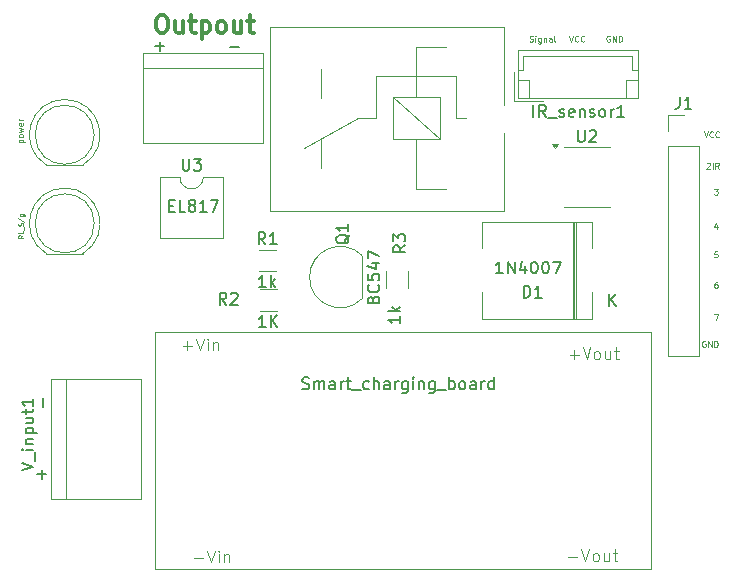
<source format=gbr>
%TF.GenerationSoftware,KiCad,Pcbnew,8.0.4*%
%TF.CreationDate,2024-11-13T12:07:51+05:30*%
%TF.ProjectId,cccccccc,63636363-6363-4636-932e-6b696361645f,rev?*%
%TF.SameCoordinates,Original*%
%TF.FileFunction,Legend,Top*%
%TF.FilePolarity,Positive*%
%FSLAX46Y46*%
G04 Gerber Fmt 4.6, Leading zero omitted, Abs format (unit mm)*
G04 Created by KiCad (PCBNEW 8.0.4) date 2024-11-13 12:07:51*
%MOMM*%
%LPD*%
G01*
G04 APERTURE LIST*
%ADD10C,0.150000*%
%ADD11C,0.300000*%
%ADD12C,0.100000*%
%ADD13C,0.200000*%
%ADD14C,0.125000*%
%ADD15C,0.120000*%
G04 APERTURE END LIST*
D10*
X134913220Y-54661133D02*
X134151316Y-54661133D01*
X128188866Y-54963220D02*
X128188866Y-54201316D01*
X128569819Y-54582268D02*
X127807914Y-54582268D01*
D11*
X128240225Y-51950828D02*
X128525939Y-51950828D01*
X128525939Y-51950828D02*
X128668796Y-52022257D01*
X128668796Y-52022257D02*
X128811653Y-52165114D01*
X128811653Y-52165114D02*
X128883082Y-52450828D01*
X128883082Y-52450828D02*
X128883082Y-52950828D01*
X128883082Y-52950828D02*
X128811653Y-53236542D01*
X128811653Y-53236542D02*
X128668796Y-53379400D01*
X128668796Y-53379400D02*
X128525939Y-53450828D01*
X128525939Y-53450828D02*
X128240225Y-53450828D01*
X128240225Y-53450828D02*
X128097368Y-53379400D01*
X128097368Y-53379400D02*
X127954510Y-53236542D01*
X127954510Y-53236542D02*
X127883082Y-52950828D01*
X127883082Y-52950828D02*
X127883082Y-52450828D01*
X127883082Y-52450828D02*
X127954510Y-52165114D01*
X127954510Y-52165114D02*
X128097368Y-52022257D01*
X128097368Y-52022257D02*
X128240225Y-51950828D01*
X130168797Y-52450828D02*
X130168797Y-53450828D01*
X129525939Y-52450828D02*
X129525939Y-53236542D01*
X129525939Y-53236542D02*
X129597368Y-53379400D01*
X129597368Y-53379400D02*
X129740225Y-53450828D01*
X129740225Y-53450828D02*
X129954511Y-53450828D01*
X129954511Y-53450828D02*
X130097368Y-53379400D01*
X130097368Y-53379400D02*
X130168797Y-53307971D01*
X130668797Y-52450828D02*
X131240225Y-52450828D01*
X130883082Y-51950828D02*
X130883082Y-53236542D01*
X130883082Y-53236542D02*
X130954511Y-53379400D01*
X130954511Y-53379400D02*
X131097368Y-53450828D01*
X131097368Y-53450828D02*
X131240225Y-53450828D01*
X131740225Y-52450828D02*
X131740225Y-53950828D01*
X131740225Y-52522257D02*
X131883083Y-52450828D01*
X131883083Y-52450828D02*
X132168797Y-52450828D01*
X132168797Y-52450828D02*
X132311654Y-52522257D01*
X132311654Y-52522257D02*
X132383083Y-52593685D01*
X132383083Y-52593685D02*
X132454511Y-52736542D01*
X132454511Y-52736542D02*
X132454511Y-53165114D01*
X132454511Y-53165114D02*
X132383083Y-53307971D01*
X132383083Y-53307971D02*
X132311654Y-53379400D01*
X132311654Y-53379400D02*
X132168797Y-53450828D01*
X132168797Y-53450828D02*
X131883083Y-53450828D01*
X131883083Y-53450828D02*
X131740225Y-53379400D01*
X133311654Y-53450828D02*
X133168797Y-53379400D01*
X133168797Y-53379400D02*
X133097368Y-53307971D01*
X133097368Y-53307971D02*
X133025940Y-53165114D01*
X133025940Y-53165114D02*
X133025940Y-52736542D01*
X133025940Y-52736542D02*
X133097368Y-52593685D01*
X133097368Y-52593685D02*
X133168797Y-52522257D01*
X133168797Y-52522257D02*
X133311654Y-52450828D01*
X133311654Y-52450828D02*
X133525940Y-52450828D01*
X133525940Y-52450828D02*
X133668797Y-52522257D01*
X133668797Y-52522257D02*
X133740226Y-52593685D01*
X133740226Y-52593685D02*
X133811654Y-52736542D01*
X133811654Y-52736542D02*
X133811654Y-53165114D01*
X133811654Y-53165114D02*
X133740226Y-53307971D01*
X133740226Y-53307971D02*
X133668797Y-53379400D01*
X133668797Y-53379400D02*
X133525940Y-53450828D01*
X133525940Y-53450828D02*
X133311654Y-53450828D01*
X135097369Y-52450828D02*
X135097369Y-53450828D01*
X134454511Y-52450828D02*
X134454511Y-53236542D01*
X134454511Y-53236542D02*
X134525940Y-53379400D01*
X134525940Y-53379400D02*
X134668797Y-53450828D01*
X134668797Y-53450828D02*
X134883083Y-53450828D01*
X134883083Y-53450828D02*
X135025940Y-53379400D01*
X135025940Y-53379400D02*
X135097369Y-53307971D01*
X135597369Y-52450828D02*
X136168797Y-52450828D01*
X135811654Y-51950828D02*
X135811654Y-53236542D01*
X135811654Y-53236542D02*
X135883083Y-53379400D01*
X135883083Y-53379400D02*
X136025940Y-53450828D01*
X136025940Y-53450828D02*
X136168797Y-53450828D01*
D12*
X174263408Y-61783609D02*
X174430074Y-62283609D01*
X174430074Y-62283609D02*
X174596741Y-61783609D01*
X175049121Y-62235990D02*
X175025312Y-62259800D01*
X175025312Y-62259800D02*
X174953883Y-62283609D01*
X174953883Y-62283609D02*
X174906264Y-62283609D01*
X174906264Y-62283609D02*
X174834836Y-62259800D01*
X174834836Y-62259800D02*
X174787217Y-62212180D01*
X174787217Y-62212180D02*
X174763407Y-62164561D01*
X174763407Y-62164561D02*
X174739598Y-62069323D01*
X174739598Y-62069323D02*
X174739598Y-61997895D01*
X174739598Y-61997895D02*
X174763407Y-61902657D01*
X174763407Y-61902657D02*
X174787217Y-61855038D01*
X174787217Y-61855038D02*
X174834836Y-61807419D01*
X174834836Y-61807419D02*
X174906264Y-61783609D01*
X174906264Y-61783609D02*
X174953883Y-61783609D01*
X174953883Y-61783609D02*
X175025312Y-61807419D01*
X175025312Y-61807419D02*
X175049121Y-61831228D01*
X175549121Y-62235990D02*
X175525312Y-62259800D01*
X175525312Y-62259800D02*
X175453883Y-62283609D01*
X175453883Y-62283609D02*
X175406264Y-62283609D01*
X175406264Y-62283609D02*
X175334836Y-62259800D01*
X175334836Y-62259800D02*
X175287217Y-62212180D01*
X175287217Y-62212180D02*
X175263407Y-62164561D01*
X175263407Y-62164561D02*
X175239598Y-62069323D01*
X175239598Y-62069323D02*
X175239598Y-61997895D01*
X175239598Y-61997895D02*
X175263407Y-61902657D01*
X175263407Y-61902657D02*
X175287217Y-61855038D01*
X175287217Y-61855038D02*
X175334836Y-61807419D01*
X175334836Y-61807419D02*
X175406264Y-61783609D01*
X175406264Y-61783609D02*
X175453883Y-61783609D01*
X175453883Y-61783609D02*
X175525312Y-61807419D01*
X175525312Y-61807419D02*
X175549121Y-61831228D01*
X159511027Y-54159800D02*
X159582455Y-54183609D01*
X159582455Y-54183609D02*
X159701503Y-54183609D01*
X159701503Y-54183609D02*
X159749122Y-54159800D01*
X159749122Y-54159800D02*
X159772931Y-54135990D01*
X159772931Y-54135990D02*
X159796741Y-54088371D01*
X159796741Y-54088371D02*
X159796741Y-54040752D01*
X159796741Y-54040752D02*
X159772931Y-53993133D01*
X159772931Y-53993133D02*
X159749122Y-53969323D01*
X159749122Y-53969323D02*
X159701503Y-53945514D01*
X159701503Y-53945514D02*
X159606265Y-53921704D01*
X159606265Y-53921704D02*
X159558646Y-53897895D01*
X159558646Y-53897895D02*
X159534836Y-53874085D01*
X159534836Y-53874085D02*
X159511027Y-53826466D01*
X159511027Y-53826466D02*
X159511027Y-53778847D01*
X159511027Y-53778847D02*
X159534836Y-53731228D01*
X159534836Y-53731228D02*
X159558646Y-53707419D01*
X159558646Y-53707419D02*
X159606265Y-53683609D01*
X159606265Y-53683609D02*
X159725312Y-53683609D01*
X159725312Y-53683609D02*
X159796741Y-53707419D01*
X160011026Y-54183609D02*
X160011026Y-53850276D01*
X160011026Y-53683609D02*
X159987217Y-53707419D01*
X159987217Y-53707419D02*
X160011026Y-53731228D01*
X160011026Y-53731228D02*
X160034836Y-53707419D01*
X160034836Y-53707419D02*
X160011026Y-53683609D01*
X160011026Y-53683609D02*
X160011026Y-53731228D01*
X160463407Y-53850276D02*
X160463407Y-54255038D01*
X160463407Y-54255038D02*
X160439597Y-54302657D01*
X160439597Y-54302657D02*
X160415788Y-54326466D01*
X160415788Y-54326466D02*
X160368169Y-54350276D01*
X160368169Y-54350276D02*
X160296740Y-54350276D01*
X160296740Y-54350276D02*
X160249121Y-54326466D01*
X160463407Y-54159800D02*
X160415788Y-54183609D01*
X160415788Y-54183609D02*
X160320550Y-54183609D01*
X160320550Y-54183609D02*
X160272931Y-54159800D01*
X160272931Y-54159800D02*
X160249121Y-54135990D01*
X160249121Y-54135990D02*
X160225312Y-54088371D01*
X160225312Y-54088371D02*
X160225312Y-53945514D01*
X160225312Y-53945514D02*
X160249121Y-53897895D01*
X160249121Y-53897895D02*
X160272931Y-53874085D01*
X160272931Y-53874085D02*
X160320550Y-53850276D01*
X160320550Y-53850276D02*
X160415788Y-53850276D01*
X160415788Y-53850276D02*
X160463407Y-53874085D01*
X160701502Y-53850276D02*
X160701502Y-54183609D01*
X160701502Y-53897895D02*
X160725312Y-53874085D01*
X160725312Y-53874085D02*
X160772931Y-53850276D01*
X160772931Y-53850276D02*
X160844359Y-53850276D01*
X160844359Y-53850276D02*
X160891978Y-53874085D01*
X160891978Y-53874085D02*
X160915788Y-53921704D01*
X160915788Y-53921704D02*
X160915788Y-54183609D01*
X161368169Y-54183609D02*
X161368169Y-53921704D01*
X161368169Y-53921704D02*
X161344359Y-53874085D01*
X161344359Y-53874085D02*
X161296740Y-53850276D01*
X161296740Y-53850276D02*
X161201502Y-53850276D01*
X161201502Y-53850276D02*
X161153883Y-53874085D01*
X161368169Y-54159800D02*
X161320550Y-54183609D01*
X161320550Y-54183609D02*
X161201502Y-54183609D01*
X161201502Y-54183609D02*
X161153883Y-54159800D01*
X161153883Y-54159800D02*
X161130074Y-54112180D01*
X161130074Y-54112180D02*
X161130074Y-54064561D01*
X161130074Y-54064561D02*
X161153883Y-54016942D01*
X161153883Y-54016942D02*
X161201502Y-53993133D01*
X161201502Y-53993133D02*
X161320550Y-53993133D01*
X161320550Y-53993133D02*
X161368169Y-53969323D01*
X161677693Y-54183609D02*
X161630074Y-54159800D01*
X161630074Y-54159800D02*
X161606264Y-54112180D01*
X161606264Y-54112180D02*
X161606264Y-53683609D01*
X166296741Y-53707419D02*
X166249122Y-53683609D01*
X166249122Y-53683609D02*
X166177693Y-53683609D01*
X166177693Y-53683609D02*
X166106265Y-53707419D01*
X166106265Y-53707419D02*
X166058646Y-53755038D01*
X166058646Y-53755038D02*
X166034836Y-53802657D01*
X166034836Y-53802657D02*
X166011027Y-53897895D01*
X166011027Y-53897895D02*
X166011027Y-53969323D01*
X166011027Y-53969323D02*
X166034836Y-54064561D01*
X166034836Y-54064561D02*
X166058646Y-54112180D01*
X166058646Y-54112180D02*
X166106265Y-54159800D01*
X166106265Y-54159800D02*
X166177693Y-54183609D01*
X166177693Y-54183609D02*
X166225312Y-54183609D01*
X166225312Y-54183609D02*
X166296741Y-54159800D01*
X166296741Y-54159800D02*
X166320550Y-54135990D01*
X166320550Y-54135990D02*
X166320550Y-53969323D01*
X166320550Y-53969323D02*
X166225312Y-53969323D01*
X166534836Y-54183609D02*
X166534836Y-53683609D01*
X166534836Y-53683609D02*
X166820550Y-54183609D01*
X166820550Y-54183609D02*
X166820550Y-53683609D01*
X167058646Y-54183609D02*
X167058646Y-53683609D01*
X167058646Y-53683609D02*
X167177694Y-53683609D01*
X167177694Y-53683609D02*
X167249122Y-53707419D01*
X167249122Y-53707419D02*
X167296741Y-53755038D01*
X167296741Y-53755038D02*
X167320551Y-53802657D01*
X167320551Y-53802657D02*
X167344360Y-53897895D01*
X167344360Y-53897895D02*
X167344360Y-53969323D01*
X167344360Y-53969323D02*
X167320551Y-54064561D01*
X167320551Y-54064561D02*
X167296741Y-54112180D01*
X167296741Y-54112180D02*
X167249122Y-54159800D01*
X167249122Y-54159800D02*
X167177694Y-54183609D01*
X167177694Y-54183609D02*
X167058646Y-54183609D01*
X175396742Y-74533609D02*
X175301504Y-74533609D01*
X175301504Y-74533609D02*
X175253885Y-74557419D01*
X175253885Y-74557419D02*
X175230075Y-74581228D01*
X175230075Y-74581228D02*
X175182456Y-74652657D01*
X175182456Y-74652657D02*
X175158647Y-74747895D01*
X175158647Y-74747895D02*
X175158647Y-74938371D01*
X175158647Y-74938371D02*
X175182456Y-74985990D01*
X175182456Y-74985990D02*
X175206266Y-75009800D01*
X175206266Y-75009800D02*
X175253885Y-75033609D01*
X175253885Y-75033609D02*
X175349123Y-75033609D01*
X175349123Y-75033609D02*
X175396742Y-75009800D01*
X175396742Y-75009800D02*
X175420551Y-74985990D01*
X175420551Y-74985990D02*
X175444361Y-74938371D01*
X175444361Y-74938371D02*
X175444361Y-74819323D01*
X175444361Y-74819323D02*
X175420551Y-74771704D01*
X175420551Y-74771704D02*
X175396742Y-74747895D01*
X175396742Y-74747895D02*
X175349123Y-74724085D01*
X175349123Y-74724085D02*
X175253885Y-74724085D01*
X175253885Y-74724085D02*
X175206266Y-74747895D01*
X175206266Y-74747895D02*
X175182456Y-74771704D01*
X175182456Y-74771704D02*
X175158647Y-74819323D01*
X175420551Y-71933609D02*
X175182456Y-71933609D01*
X175182456Y-71933609D02*
X175158647Y-72171704D01*
X175158647Y-72171704D02*
X175182456Y-72147895D01*
X175182456Y-72147895D02*
X175230075Y-72124085D01*
X175230075Y-72124085D02*
X175349123Y-72124085D01*
X175349123Y-72124085D02*
X175396742Y-72147895D01*
X175396742Y-72147895D02*
X175420551Y-72171704D01*
X175420551Y-72171704D02*
X175444361Y-72219323D01*
X175444361Y-72219323D02*
X175444361Y-72338371D01*
X175444361Y-72338371D02*
X175420551Y-72385990D01*
X175420551Y-72385990D02*
X175396742Y-72409800D01*
X175396742Y-72409800D02*
X175349123Y-72433609D01*
X175349123Y-72433609D02*
X175230075Y-72433609D01*
X175230075Y-72433609D02*
X175182456Y-72409800D01*
X175182456Y-72409800D02*
X175158647Y-72385990D01*
X162863408Y-53683609D02*
X163030074Y-54183609D01*
X163030074Y-54183609D02*
X163196741Y-53683609D01*
X163649121Y-54135990D02*
X163625312Y-54159800D01*
X163625312Y-54159800D02*
X163553883Y-54183609D01*
X163553883Y-54183609D02*
X163506264Y-54183609D01*
X163506264Y-54183609D02*
X163434836Y-54159800D01*
X163434836Y-54159800D02*
X163387217Y-54112180D01*
X163387217Y-54112180D02*
X163363407Y-54064561D01*
X163363407Y-54064561D02*
X163339598Y-53969323D01*
X163339598Y-53969323D02*
X163339598Y-53897895D01*
X163339598Y-53897895D02*
X163363407Y-53802657D01*
X163363407Y-53802657D02*
X163387217Y-53755038D01*
X163387217Y-53755038D02*
X163434836Y-53707419D01*
X163434836Y-53707419D02*
X163506264Y-53683609D01*
X163506264Y-53683609D02*
X163553883Y-53683609D01*
X163553883Y-53683609D02*
X163625312Y-53707419D01*
X163625312Y-53707419D02*
X163649121Y-53731228D01*
X164149121Y-54135990D02*
X164125312Y-54159800D01*
X164125312Y-54159800D02*
X164053883Y-54183609D01*
X164053883Y-54183609D02*
X164006264Y-54183609D01*
X164006264Y-54183609D02*
X163934836Y-54159800D01*
X163934836Y-54159800D02*
X163887217Y-54112180D01*
X163887217Y-54112180D02*
X163863407Y-54064561D01*
X163863407Y-54064561D02*
X163839598Y-53969323D01*
X163839598Y-53969323D02*
X163839598Y-53897895D01*
X163839598Y-53897895D02*
X163863407Y-53802657D01*
X163863407Y-53802657D02*
X163887217Y-53755038D01*
X163887217Y-53755038D02*
X163934836Y-53707419D01*
X163934836Y-53707419D02*
X164006264Y-53683609D01*
X164006264Y-53683609D02*
X164053883Y-53683609D01*
X164053883Y-53683609D02*
X164125312Y-53707419D01*
X164125312Y-53707419D02*
X164149121Y-53731228D01*
D13*
X140272054Y-83569600D02*
X140414911Y-83617219D01*
X140414911Y-83617219D02*
X140653006Y-83617219D01*
X140653006Y-83617219D02*
X140748244Y-83569600D01*
X140748244Y-83569600D02*
X140795863Y-83521980D01*
X140795863Y-83521980D02*
X140843482Y-83426742D01*
X140843482Y-83426742D02*
X140843482Y-83331504D01*
X140843482Y-83331504D02*
X140795863Y-83236266D01*
X140795863Y-83236266D02*
X140748244Y-83188647D01*
X140748244Y-83188647D02*
X140653006Y-83141028D01*
X140653006Y-83141028D02*
X140462530Y-83093409D01*
X140462530Y-83093409D02*
X140367292Y-83045790D01*
X140367292Y-83045790D02*
X140319673Y-82998171D01*
X140319673Y-82998171D02*
X140272054Y-82902933D01*
X140272054Y-82902933D02*
X140272054Y-82807695D01*
X140272054Y-82807695D02*
X140319673Y-82712457D01*
X140319673Y-82712457D02*
X140367292Y-82664838D01*
X140367292Y-82664838D02*
X140462530Y-82617219D01*
X140462530Y-82617219D02*
X140700625Y-82617219D01*
X140700625Y-82617219D02*
X140843482Y-82664838D01*
X141272054Y-83617219D02*
X141272054Y-82950552D01*
X141272054Y-83045790D02*
X141319673Y-82998171D01*
X141319673Y-82998171D02*
X141414911Y-82950552D01*
X141414911Y-82950552D02*
X141557768Y-82950552D01*
X141557768Y-82950552D02*
X141653006Y-82998171D01*
X141653006Y-82998171D02*
X141700625Y-83093409D01*
X141700625Y-83093409D02*
X141700625Y-83617219D01*
X141700625Y-83093409D02*
X141748244Y-82998171D01*
X141748244Y-82998171D02*
X141843482Y-82950552D01*
X141843482Y-82950552D02*
X141986339Y-82950552D01*
X141986339Y-82950552D02*
X142081578Y-82998171D01*
X142081578Y-82998171D02*
X142129197Y-83093409D01*
X142129197Y-83093409D02*
X142129197Y-83617219D01*
X143033958Y-83617219D02*
X143033958Y-83093409D01*
X143033958Y-83093409D02*
X142986339Y-82998171D01*
X142986339Y-82998171D02*
X142891101Y-82950552D01*
X142891101Y-82950552D02*
X142700625Y-82950552D01*
X142700625Y-82950552D02*
X142605387Y-82998171D01*
X143033958Y-83569600D02*
X142938720Y-83617219D01*
X142938720Y-83617219D02*
X142700625Y-83617219D01*
X142700625Y-83617219D02*
X142605387Y-83569600D01*
X142605387Y-83569600D02*
X142557768Y-83474361D01*
X142557768Y-83474361D02*
X142557768Y-83379123D01*
X142557768Y-83379123D02*
X142605387Y-83283885D01*
X142605387Y-83283885D02*
X142700625Y-83236266D01*
X142700625Y-83236266D02*
X142938720Y-83236266D01*
X142938720Y-83236266D02*
X143033958Y-83188647D01*
X143510149Y-83617219D02*
X143510149Y-82950552D01*
X143510149Y-83141028D02*
X143557768Y-83045790D01*
X143557768Y-83045790D02*
X143605387Y-82998171D01*
X143605387Y-82998171D02*
X143700625Y-82950552D01*
X143700625Y-82950552D02*
X143795863Y-82950552D01*
X143986340Y-82950552D02*
X144367292Y-82950552D01*
X144129197Y-82617219D02*
X144129197Y-83474361D01*
X144129197Y-83474361D02*
X144176816Y-83569600D01*
X144176816Y-83569600D02*
X144272054Y-83617219D01*
X144272054Y-83617219D02*
X144367292Y-83617219D01*
X144462531Y-83712457D02*
X145224435Y-83712457D01*
X145891102Y-83569600D02*
X145795864Y-83617219D01*
X145795864Y-83617219D02*
X145605388Y-83617219D01*
X145605388Y-83617219D02*
X145510150Y-83569600D01*
X145510150Y-83569600D02*
X145462531Y-83521980D01*
X145462531Y-83521980D02*
X145414912Y-83426742D01*
X145414912Y-83426742D02*
X145414912Y-83141028D01*
X145414912Y-83141028D02*
X145462531Y-83045790D01*
X145462531Y-83045790D02*
X145510150Y-82998171D01*
X145510150Y-82998171D02*
X145605388Y-82950552D01*
X145605388Y-82950552D02*
X145795864Y-82950552D01*
X145795864Y-82950552D02*
X145891102Y-82998171D01*
X146319674Y-83617219D02*
X146319674Y-82617219D01*
X146748245Y-83617219D02*
X146748245Y-83093409D01*
X146748245Y-83093409D02*
X146700626Y-82998171D01*
X146700626Y-82998171D02*
X146605388Y-82950552D01*
X146605388Y-82950552D02*
X146462531Y-82950552D01*
X146462531Y-82950552D02*
X146367293Y-82998171D01*
X146367293Y-82998171D02*
X146319674Y-83045790D01*
X147653007Y-83617219D02*
X147653007Y-83093409D01*
X147653007Y-83093409D02*
X147605388Y-82998171D01*
X147605388Y-82998171D02*
X147510150Y-82950552D01*
X147510150Y-82950552D02*
X147319674Y-82950552D01*
X147319674Y-82950552D02*
X147224436Y-82998171D01*
X147653007Y-83569600D02*
X147557769Y-83617219D01*
X147557769Y-83617219D02*
X147319674Y-83617219D01*
X147319674Y-83617219D02*
X147224436Y-83569600D01*
X147224436Y-83569600D02*
X147176817Y-83474361D01*
X147176817Y-83474361D02*
X147176817Y-83379123D01*
X147176817Y-83379123D02*
X147224436Y-83283885D01*
X147224436Y-83283885D02*
X147319674Y-83236266D01*
X147319674Y-83236266D02*
X147557769Y-83236266D01*
X147557769Y-83236266D02*
X147653007Y-83188647D01*
X148129198Y-83617219D02*
X148129198Y-82950552D01*
X148129198Y-83141028D02*
X148176817Y-83045790D01*
X148176817Y-83045790D02*
X148224436Y-82998171D01*
X148224436Y-82998171D02*
X148319674Y-82950552D01*
X148319674Y-82950552D02*
X148414912Y-82950552D01*
X149176817Y-82950552D02*
X149176817Y-83760076D01*
X149176817Y-83760076D02*
X149129198Y-83855314D01*
X149129198Y-83855314D02*
X149081579Y-83902933D01*
X149081579Y-83902933D02*
X148986341Y-83950552D01*
X148986341Y-83950552D02*
X148843484Y-83950552D01*
X148843484Y-83950552D02*
X148748246Y-83902933D01*
X149176817Y-83569600D02*
X149081579Y-83617219D01*
X149081579Y-83617219D02*
X148891103Y-83617219D01*
X148891103Y-83617219D02*
X148795865Y-83569600D01*
X148795865Y-83569600D02*
X148748246Y-83521980D01*
X148748246Y-83521980D02*
X148700627Y-83426742D01*
X148700627Y-83426742D02*
X148700627Y-83141028D01*
X148700627Y-83141028D02*
X148748246Y-83045790D01*
X148748246Y-83045790D02*
X148795865Y-82998171D01*
X148795865Y-82998171D02*
X148891103Y-82950552D01*
X148891103Y-82950552D02*
X149081579Y-82950552D01*
X149081579Y-82950552D02*
X149176817Y-82998171D01*
X149653008Y-83617219D02*
X149653008Y-82950552D01*
X149653008Y-82617219D02*
X149605389Y-82664838D01*
X149605389Y-82664838D02*
X149653008Y-82712457D01*
X149653008Y-82712457D02*
X149700627Y-82664838D01*
X149700627Y-82664838D02*
X149653008Y-82617219D01*
X149653008Y-82617219D02*
X149653008Y-82712457D01*
X150129198Y-82950552D02*
X150129198Y-83617219D01*
X150129198Y-83045790D02*
X150176817Y-82998171D01*
X150176817Y-82998171D02*
X150272055Y-82950552D01*
X150272055Y-82950552D02*
X150414912Y-82950552D01*
X150414912Y-82950552D02*
X150510150Y-82998171D01*
X150510150Y-82998171D02*
X150557769Y-83093409D01*
X150557769Y-83093409D02*
X150557769Y-83617219D01*
X151462531Y-82950552D02*
X151462531Y-83760076D01*
X151462531Y-83760076D02*
X151414912Y-83855314D01*
X151414912Y-83855314D02*
X151367293Y-83902933D01*
X151367293Y-83902933D02*
X151272055Y-83950552D01*
X151272055Y-83950552D02*
X151129198Y-83950552D01*
X151129198Y-83950552D02*
X151033960Y-83902933D01*
X151462531Y-83569600D02*
X151367293Y-83617219D01*
X151367293Y-83617219D02*
X151176817Y-83617219D01*
X151176817Y-83617219D02*
X151081579Y-83569600D01*
X151081579Y-83569600D02*
X151033960Y-83521980D01*
X151033960Y-83521980D02*
X150986341Y-83426742D01*
X150986341Y-83426742D02*
X150986341Y-83141028D01*
X150986341Y-83141028D02*
X151033960Y-83045790D01*
X151033960Y-83045790D02*
X151081579Y-82998171D01*
X151081579Y-82998171D02*
X151176817Y-82950552D01*
X151176817Y-82950552D02*
X151367293Y-82950552D01*
X151367293Y-82950552D02*
X151462531Y-82998171D01*
X151700627Y-83712457D02*
X152462531Y-83712457D01*
X152700627Y-83617219D02*
X152700627Y-82617219D01*
X152700627Y-82998171D02*
X152795865Y-82950552D01*
X152795865Y-82950552D02*
X152986341Y-82950552D01*
X152986341Y-82950552D02*
X153081579Y-82998171D01*
X153081579Y-82998171D02*
X153129198Y-83045790D01*
X153129198Y-83045790D02*
X153176817Y-83141028D01*
X153176817Y-83141028D02*
X153176817Y-83426742D01*
X153176817Y-83426742D02*
X153129198Y-83521980D01*
X153129198Y-83521980D02*
X153081579Y-83569600D01*
X153081579Y-83569600D02*
X152986341Y-83617219D01*
X152986341Y-83617219D02*
X152795865Y-83617219D01*
X152795865Y-83617219D02*
X152700627Y-83569600D01*
X153748246Y-83617219D02*
X153653008Y-83569600D01*
X153653008Y-83569600D02*
X153605389Y-83521980D01*
X153605389Y-83521980D02*
X153557770Y-83426742D01*
X153557770Y-83426742D02*
X153557770Y-83141028D01*
X153557770Y-83141028D02*
X153605389Y-83045790D01*
X153605389Y-83045790D02*
X153653008Y-82998171D01*
X153653008Y-82998171D02*
X153748246Y-82950552D01*
X153748246Y-82950552D02*
X153891103Y-82950552D01*
X153891103Y-82950552D02*
X153986341Y-82998171D01*
X153986341Y-82998171D02*
X154033960Y-83045790D01*
X154033960Y-83045790D02*
X154081579Y-83141028D01*
X154081579Y-83141028D02*
X154081579Y-83426742D01*
X154081579Y-83426742D02*
X154033960Y-83521980D01*
X154033960Y-83521980D02*
X153986341Y-83569600D01*
X153986341Y-83569600D02*
X153891103Y-83617219D01*
X153891103Y-83617219D02*
X153748246Y-83617219D01*
X154938722Y-83617219D02*
X154938722Y-83093409D01*
X154938722Y-83093409D02*
X154891103Y-82998171D01*
X154891103Y-82998171D02*
X154795865Y-82950552D01*
X154795865Y-82950552D02*
X154605389Y-82950552D01*
X154605389Y-82950552D02*
X154510151Y-82998171D01*
X154938722Y-83569600D02*
X154843484Y-83617219D01*
X154843484Y-83617219D02*
X154605389Y-83617219D01*
X154605389Y-83617219D02*
X154510151Y-83569600D01*
X154510151Y-83569600D02*
X154462532Y-83474361D01*
X154462532Y-83474361D02*
X154462532Y-83379123D01*
X154462532Y-83379123D02*
X154510151Y-83283885D01*
X154510151Y-83283885D02*
X154605389Y-83236266D01*
X154605389Y-83236266D02*
X154843484Y-83236266D01*
X154843484Y-83236266D02*
X154938722Y-83188647D01*
X155414913Y-83617219D02*
X155414913Y-82950552D01*
X155414913Y-83141028D02*
X155462532Y-83045790D01*
X155462532Y-83045790D02*
X155510151Y-82998171D01*
X155510151Y-82998171D02*
X155605389Y-82950552D01*
X155605389Y-82950552D02*
X155700627Y-82950552D01*
X156462532Y-83617219D02*
X156462532Y-82617219D01*
X156462532Y-83569600D02*
X156367294Y-83617219D01*
X156367294Y-83617219D02*
X156176818Y-83617219D01*
X156176818Y-83617219D02*
X156081580Y-83569600D01*
X156081580Y-83569600D02*
X156033961Y-83521980D01*
X156033961Y-83521980D02*
X155986342Y-83426742D01*
X155986342Y-83426742D02*
X155986342Y-83141028D01*
X155986342Y-83141028D02*
X156033961Y-83045790D01*
X156033961Y-83045790D02*
X156081580Y-82998171D01*
X156081580Y-82998171D02*
X156176818Y-82950552D01*
X156176818Y-82950552D02*
X156367294Y-82950552D01*
X156367294Y-82950552D02*
X156462532Y-82998171D01*
D12*
X175134837Y-77283609D02*
X175468170Y-77283609D01*
X175468170Y-77283609D02*
X175253885Y-77783609D01*
X175134837Y-66633609D02*
X175444361Y-66633609D01*
X175444361Y-66633609D02*
X175277694Y-66824085D01*
X175277694Y-66824085D02*
X175349123Y-66824085D01*
X175349123Y-66824085D02*
X175396742Y-66847895D01*
X175396742Y-66847895D02*
X175420551Y-66871704D01*
X175420551Y-66871704D02*
X175444361Y-66919323D01*
X175444361Y-66919323D02*
X175444361Y-67038371D01*
X175444361Y-67038371D02*
X175420551Y-67085990D01*
X175420551Y-67085990D02*
X175396742Y-67109800D01*
X175396742Y-67109800D02*
X175349123Y-67133609D01*
X175349123Y-67133609D02*
X175206266Y-67133609D01*
X175206266Y-67133609D02*
X175158647Y-67109800D01*
X175158647Y-67109800D02*
X175134837Y-67085990D01*
D10*
X118338866Y-85113220D02*
X118338866Y-84351316D01*
D12*
X130153884Y-79941466D02*
X130915789Y-79941466D01*
X130534836Y-80322419D02*
X130534836Y-79560514D01*
X131249122Y-79322419D02*
X131582455Y-80322419D01*
X131582455Y-80322419D02*
X131915788Y-79322419D01*
X132249122Y-80322419D02*
X132249122Y-79655752D01*
X132249122Y-79322419D02*
X132201503Y-79370038D01*
X132201503Y-79370038D02*
X132249122Y-79417657D01*
X132249122Y-79417657D02*
X132296741Y-79370038D01*
X132296741Y-79370038D02*
X132249122Y-79322419D01*
X132249122Y-79322419D02*
X132249122Y-79417657D01*
X132725312Y-79655752D02*
X132725312Y-80322419D01*
X132725312Y-79750990D02*
X132772931Y-79703371D01*
X132772931Y-79703371D02*
X132868169Y-79655752D01*
X132868169Y-79655752D02*
X133011026Y-79655752D01*
X133011026Y-79655752D02*
X133106264Y-79703371D01*
X133106264Y-79703371D02*
X133153883Y-79798609D01*
X133153883Y-79798609D02*
X133153883Y-80322419D01*
X175396742Y-69700276D02*
X175396742Y-70033609D01*
X175277694Y-69509800D02*
X175158647Y-69866942D01*
X175158647Y-69866942D02*
X175468170Y-69866942D01*
X174511027Y-64481228D02*
X174534836Y-64457419D01*
X174534836Y-64457419D02*
X174582455Y-64433609D01*
X174582455Y-64433609D02*
X174701503Y-64433609D01*
X174701503Y-64433609D02*
X174749122Y-64457419D01*
X174749122Y-64457419D02*
X174772931Y-64481228D01*
X174772931Y-64481228D02*
X174796741Y-64528847D01*
X174796741Y-64528847D02*
X174796741Y-64576466D01*
X174796741Y-64576466D02*
X174772931Y-64647895D01*
X174772931Y-64647895D02*
X174487217Y-64933609D01*
X174487217Y-64933609D02*
X174796741Y-64933609D01*
X175011026Y-64933609D02*
X175011026Y-64433609D01*
X175534835Y-64933609D02*
X175368169Y-64695514D01*
X175249121Y-64933609D02*
X175249121Y-64433609D01*
X175249121Y-64433609D02*
X175439597Y-64433609D01*
X175439597Y-64433609D02*
X175487216Y-64457419D01*
X175487216Y-64457419D02*
X175511026Y-64481228D01*
X175511026Y-64481228D02*
X175534835Y-64528847D01*
X175534835Y-64528847D02*
X175534835Y-64600276D01*
X175534835Y-64600276D02*
X175511026Y-64647895D01*
X175511026Y-64647895D02*
X175487216Y-64671704D01*
X175487216Y-64671704D02*
X175439597Y-64695514D01*
X175439597Y-64695514D02*
X175249121Y-64695514D01*
X162903884Y-80691466D02*
X163665789Y-80691466D01*
X163284836Y-81072419D02*
X163284836Y-80310514D01*
X163999122Y-80072419D02*
X164332455Y-81072419D01*
X164332455Y-81072419D02*
X164665788Y-80072419D01*
X165141979Y-81072419D02*
X165046741Y-81024800D01*
X165046741Y-81024800D02*
X164999122Y-80977180D01*
X164999122Y-80977180D02*
X164951503Y-80881942D01*
X164951503Y-80881942D02*
X164951503Y-80596228D01*
X164951503Y-80596228D02*
X164999122Y-80500990D01*
X164999122Y-80500990D02*
X165046741Y-80453371D01*
X165046741Y-80453371D02*
X165141979Y-80405752D01*
X165141979Y-80405752D02*
X165284836Y-80405752D01*
X165284836Y-80405752D02*
X165380074Y-80453371D01*
X165380074Y-80453371D02*
X165427693Y-80500990D01*
X165427693Y-80500990D02*
X165475312Y-80596228D01*
X165475312Y-80596228D02*
X165475312Y-80881942D01*
X165475312Y-80881942D02*
X165427693Y-80977180D01*
X165427693Y-80977180D02*
X165380074Y-81024800D01*
X165380074Y-81024800D02*
X165284836Y-81072419D01*
X165284836Y-81072419D02*
X165141979Y-81072419D01*
X166332455Y-80405752D02*
X166332455Y-81072419D01*
X165903884Y-80405752D02*
X165903884Y-80929561D01*
X165903884Y-80929561D02*
X165951503Y-81024800D01*
X165951503Y-81024800D02*
X166046741Y-81072419D01*
X166046741Y-81072419D02*
X166189598Y-81072419D01*
X166189598Y-81072419D02*
X166284836Y-81024800D01*
X166284836Y-81024800D02*
X166332455Y-80977180D01*
X166665789Y-80405752D02*
X167046741Y-80405752D01*
X166808646Y-80072419D02*
X166808646Y-80929561D01*
X166808646Y-80929561D02*
X166856265Y-81024800D01*
X166856265Y-81024800D02*
X166951503Y-81072419D01*
X166951503Y-81072419D02*
X167046741Y-81072419D01*
X162803884Y-97791466D02*
X163565789Y-97791466D01*
X163899122Y-97172419D02*
X164232455Y-98172419D01*
X164232455Y-98172419D02*
X164565788Y-97172419D01*
X165041979Y-98172419D02*
X164946741Y-98124800D01*
X164946741Y-98124800D02*
X164899122Y-98077180D01*
X164899122Y-98077180D02*
X164851503Y-97981942D01*
X164851503Y-97981942D02*
X164851503Y-97696228D01*
X164851503Y-97696228D02*
X164899122Y-97600990D01*
X164899122Y-97600990D02*
X164946741Y-97553371D01*
X164946741Y-97553371D02*
X165041979Y-97505752D01*
X165041979Y-97505752D02*
X165184836Y-97505752D01*
X165184836Y-97505752D02*
X165280074Y-97553371D01*
X165280074Y-97553371D02*
X165327693Y-97600990D01*
X165327693Y-97600990D02*
X165375312Y-97696228D01*
X165375312Y-97696228D02*
X165375312Y-97981942D01*
X165375312Y-97981942D02*
X165327693Y-98077180D01*
X165327693Y-98077180D02*
X165280074Y-98124800D01*
X165280074Y-98124800D02*
X165184836Y-98172419D01*
X165184836Y-98172419D02*
X165041979Y-98172419D01*
X166232455Y-97505752D02*
X166232455Y-98172419D01*
X165803884Y-97505752D02*
X165803884Y-98029561D01*
X165803884Y-98029561D02*
X165851503Y-98124800D01*
X165851503Y-98124800D02*
X165946741Y-98172419D01*
X165946741Y-98172419D02*
X166089598Y-98172419D01*
X166089598Y-98172419D02*
X166184836Y-98124800D01*
X166184836Y-98124800D02*
X166232455Y-98077180D01*
X166565789Y-97505752D02*
X166946741Y-97505752D01*
X166708646Y-97172419D02*
X166708646Y-98029561D01*
X166708646Y-98029561D02*
X166756265Y-98124800D01*
X166756265Y-98124800D02*
X166851503Y-98172419D01*
X166851503Y-98172419D02*
X166946741Y-98172419D01*
X174396741Y-79557419D02*
X174349122Y-79533609D01*
X174349122Y-79533609D02*
X174277693Y-79533609D01*
X174277693Y-79533609D02*
X174206265Y-79557419D01*
X174206265Y-79557419D02*
X174158646Y-79605038D01*
X174158646Y-79605038D02*
X174134836Y-79652657D01*
X174134836Y-79652657D02*
X174111027Y-79747895D01*
X174111027Y-79747895D02*
X174111027Y-79819323D01*
X174111027Y-79819323D02*
X174134836Y-79914561D01*
X174134836Y-79914561D02*
X174158646Y-79962180D01*
X174158646Y-79962180D02*
X174206265Y-80009800D01*
X174206265Y-80009800D02*
X174277693Y-80033609D01*
X174277693Y-80033609D02*
X174325312Y-80033609D01*
X174325312Y-80033609D02*
X174396741Y-80009800D01*
X174396741Y-80009800D02*
X174420550Y-79985990D01*
X174420550Y-79985990D02*
X174420550Y-79819323D01*
X174420550Y-79819323D02*
X174325312Y-79819323D01*
X174634836Y-80033609D02*
X174634836Y-79533609D01*
X174634836Y-79533609D02*
X174920550Y-80033609D01*
X174920550Y-80033609D02*
X174920550Y-79533609D01*
X175158646Y-80033609D02*
X175158646Y-79533609D01*
X175158646Y-79533609D02*
X175277694Y-79533609D01*
X175277694Y-79533609D02*
X175349122Y-79557419D01*
X175349122Y-79557419D02*
X175396741Y-79605038D01*
X175396741Y-79605038D02*
X175420551Y-79652657D01*
X175420551Y-79652657D02*
X175444360Y-79747895D01*
X175444360Y-79747895D02*
X175444360Y-79819323D01*
X175444360Y-79819323D02*
X175420551Y-79914561D01*
X175420551Y-79914561D02*
X175396741Y-79962180D01*
X175396741Y-79962180D02*
X175349122Y-80009800D01*
X175349122Y-80009800D02*
X175277694Y-80033609D01*
X175277694Y-80033609D02*
X175158646Y-80033609D01*
D10*
X118188866Y-91213220D02*
X118188866Y-90451316D01*
X118569819Y-90832268D02*
X117807914Y-90832268D01*
D12*
X131103884Y-97891466D02*
X131865789Y-97891466D01*
X132199122Y-97272419D02*
X132532455Y-98272419D01*
X132532455Y-98272419D02*
X132865788Y-97272419D01*
X133199122Y-98272419D02*
X133199122Y-97605752D01*
X133199122Y-97272419D02*
X133151503Y-97320038D01*
X133151503Y-97320038D02*
X133199122Y-97367657D01*
X133199122Y-97367657D02*
X133246741Y-97320038D01*
X133246741Y-97320038D02*
X133199122Y-97272419D01*
X133199122Y-97272419D02*
X133199122Y-97367657D01*
X133675312Y-97605752D02*
X133675312Y-98272419D01*
X133675312Y-97700990D02*
X133722931Y-97653371D01*
X133722931Y-97653371D02*
X133818169Y-97605752D01*
X133818169Y-97605752D02*
X133961026Y-97605752D01*
X133961026Y-97605752D02*
X134056264Y-97653371D01*
X134056264Y-97653371D02*
X134103883Y-97748609D01*
X134103883Y-97748609D02*
X134103883Y-98272419D01*
D14*
X116291476Y-62714285D02*
X116791476Y-62714285D01*
X116315285Y-62714285D02*
X116291476Y-62666666D01*
X116291476Y-62666666D02*
X116291476Y-62571428D01*
X116291476Y-62571428D02*
X116315285Y-62523809D01*
X116315285Y-62523809D02*
X116339095Y-62499999D01*
X116339095Y-62499999D02*
X116386714Y-62476190D01*
X116386714Y-62476190D02*
X116529571Y-62476190D01*
X116529571Y-62476190D02*
X116577190Y-62499999D01*
X116577190Y-62499999D02*
X116601000Y-62523809D01*
X116601000Y-62523809D02*
X116624809Y-62571428D01*
X116624809Y-62571428D02*
X116624809Y-62666666D01*
X116624809Y-62666666D02*
X116601000Y-62714285D01*
X116624809Y-62190475D02*
X116601000Y-62238094D01*
X116601000Y-62238094D02*
X116577190Y-62261904D01*
X116577190Y-62261904D02*
X116529571Y-62285713D01*
X116529571Y-62285713D02*
X116386714Y-62285713D01*
X116386714Y-62285713D02*
X116339095Y-62261904D01*
X116339095Y-62261904D02*
X116315285Y-62238094D01*
X116315285Y-62238094D02*
X116291476Y-62190475D01*
X116291476Y-62190475D02*
X116291476Y-62119047D01*
X116291476Y-62119047D02*
X116315285Y-62071428D01*
X116315285Y-62071428D02*
X116339095Y-62047618D01*
X116339095Y-62047618D02*
X116386714Y-62023809D01*
X116386714Y-62023809D02*
X116529571Y-62023809D01*
X116529571Y-62023809D02*
X116577190Y-62047618D01*
X116577190Y-62047618D02*
X116601000Y-62071428D01*
X116601000Y-62071428D02*
X116624809Y-62119047D01*
X116624809Y-62119047D02*
X116624809Y-62190475D01*
X116291476Y-61857142D02*
X116624809Y-61761904D01*
X116624809Y-61761904D02*
X116386714Y-61666666D01*
X116386714Y-61666666D02*
X116624809Y-61571428D01*
X116624809Y-61571428D02*
X116291476Y-61476190D01*
X116601000Y-61095237D02*
X116624809Y-61142856D01*
X116624809Y-61142856D02*
X116624809Y-61238094D01*
X116624809Y-61238094D02*
X116601000Y-61285713D01*
X116601000Y-61285713D02*
X116553380Y-61309522D01*
X116553380Y-61309522D02*
X116362904Y-61309522D01*
X116362904Y-61309522D02*
X116315285Y-61285713D01*
X116315285Y-61285713D02*
X116291476Y-61238094D01*
X116291476Y-61238094D02*
X116291476Y-61142856D01*
X116291476Y-61142856D02*
X116315285Y-61095237D01*
X116315285Y-61095237D02*
X116362904Y-61071427D01*
X116362904Y-61071427D02*
X116410523Y-61071427D01*
X116410523Y-61071427D02*
X116458142Y-61309522D01*
X116624809Y-60857142D02*
X116291476Y-60857142D01*
X116386714Y-60857142D02*
X116339095Y-60833332D01*
X116339095Y-60833332D02*
X116315285Y-60809523D01*
X116315285Y-60809523D02*
X116291476Y-60761904D01*
X116291476Y-60761904D02*
X116291476Y-60714285D01*
D12*
X116629847Y-70571428D02*
X116439371Y-70704761D01*
X116629847Y-70799999D02*
X116229847Y-70799999D01*
X116229847Y-70799999D02*
X116229847Y-70647618D01*
X116229847Y-70647618D02*
X116248895Y-70609523D01*
X116248895Y-70609523D02*
X116267942Y-70590476D01*
X116267942Y-70590476D02*
X116306038Y-70571428D01*
X116306038Y-70571428D02*
X116363180Y-70571428D01*
X116363180Y-70571428D02*
X116401276Y-70590476D01*
X116401276Y-70590476D02*
X116420323Y-70609523D01*
X116420323Y-70609523D02*
X116439371Y-70647618D01*
X116439371Y-70647618D02*
X116439371Y-70799999D01*
X116629847Y-70209523D02*
X116629847Y-70399999D01*
X116629847Y-70399999D02*
X116229847Y-70399999D01*
X116667942Y-70171428D02*
X116667942Y-69866666D01*
X116610800Y-69790475D02*
X116629847Y-69733332D01*
X116629847Y-69733332D02*
X116629847Y-69638094D01*
X116629847Y-69638094D02*
X116610800Y-69599999D01*
X116610800Y-69599999D02*
X116591752Y-69580951D01*
X116591752Y-69580951D02*
X116553657Y-69561904D01*
X116553657Y-69561904D02*
X116515561Y-69561904D01*
X116515561Y-69561904D02*
X116477466Y-69580951D01*
X116477466Y-69580951D02*
X116458419Y-69599999D01*
X116458419Y-69599999D02*
X116439371Y-69638094D01*
X116439371Y-69638094D02*
X116420323Y-69714285D01*
X116420323Y-69714285D02*
X116401276Y-69752380D01*
X116401276Y-69752380D02*
X116382228Y-69771427D01*
X116382228Y-69771427D02*
X116344133Y-69790475D01*
X116344133Y-69790475D02*
X116306038Y-69790475D01*
X116306038Y-69790475D02*
X116267942Y-69771427D01*
X116267942Y-69771427D02*
X116248895Y-69752380D01*
X116248895Y-69752380D02*
X116229847Y-69714285D01*
X116229847Y-69714285D02*
X116229847Y-69619046D01*
X116229847Y-69619046D02*
X116248895Y-69561904D01*
X116210800Y-69104761D02*
X116725085Y-69447618D01*
X116363180Y-68799999D02*
X116686990Y-68799999D01*
X116686990Y-68799999D02*
X116725085Y-68819046D01*
X116725085Y-68819046D02*
X116744133Y-68838094D01*
X116744133Y-68838094D02*
X116763180Y-68876189D01*
X116763180Y-68876189D02*
X116763180Y-68933332D01*
X116763180Y-68933332D02*
X116744133Y-68971427D01*
X116610800Y-68799999D02*
X116629847Y-68838094D01*
X116629847Y-68838094D02*
X116629847Y-68914285D01*
X116629847Y-68914285D02*
X116610800Y-68952380D01*
X116610800Y-68952380D02*
X116591752Y-68971427D01*
X116591752Y-68971427D02*
X116553657Y-68990475D01*
X116553657Y-68990475D02*
X116439371Y-68990475D01*
X116439371Y-68990475D02*
X116401276Y-68971427D01*
X116401276Y-68971427D02*
X116382228Y-68952380D01*
X116382228Y-68952380D02*
X116363180Y-68914285D01*
X116363180Y-68914285D02*
X116363180Y-68838094D01*
X116363180Y-68838094D02*
X116382228Y-68799999D01*
D10*
X133835833Y-76454819D02*
X133502500Y-75978628D01*
X133264405Y-76454819D02*
X133264405Y-75454819D01*
X133264405Y-75454819D02*
X133645357Y-75454819D01*
X133645357Y-75454819D02*
X133740595Y-75502438D01*
X133740595Y-75502438D02*
X133788214Y-75550057D01*
X133788214Y-75550057D02*
X133835833Y-75645295D01*
X133835833Y-75645295D02*
X133835833Y-75788152D01*
X133835833Y-75788152D02*
X133788214Y-75883390D01*
X133788214Y-75883390D02*
X133740595Y-75931009D01*
X133740595Y-75931009D02*
X133645357Y-75978628D01*
X133645357Y-75978628D02*
X133264405Y-75978628D01*
X134216786Y-75550057D02*
X134264405Y-75502438D01*
X134264405Y-75502438D02*
X134359643Y-75454819D01*
X134359643Y-75454819D02*
X134597738Y-75454819D01*
X134597738Y-75454819D02*
X134692976Y-75502438D01*
X134692976Y-75502438D02*
X134740595Y-75550057D01*
X134740595Y-75550057D02*
X134788214Y-75645295D01*
X134788214Y-75645295D02*
X134788214Y-75740533D01*
X134788214Y-75740533D02*
X134740595Y-75883390D01*
X134740595Y-75883390D02*
X134169167Y-76454819D01*
X134169167Y-76454819D02*
X134788214Y-76454819D01*
X137158214Y-78344819D02*
X136586786Y-78344819D01*
X136872500Y-78344819D02*
X136872500Y-77344819D01*
X136872500Y-77344819D02*
X136777262Y-77487676D01*
X136777262Y-77487676D02*
X136682024Y-77582914D01*
X136682024Y-77582914D02*
X136586786Y-77630533D01*
X137586786Y-78344819D02*
X137586786Y-77344819D01*
X138158214Y-78344819D02*
X137729643Y-77773390D01*
X138158214Y-77344819D02*
X137586786Y-77916247D01*
X163598095Y-61679819D02*
X163598095Y-62489342D01*
X163598095Y-62489342D02*
X163645714Y-62584580D01*
X163645714Y-62584580D02*
X163693333Y-62632200D01*
X163693333Y-62632200D02*
X163788571Y-62679819D01*
X163788571Y-62679819D02*
X163979047Y-62679819D01*
X163979047Y-62679819D02*
X164074285Y-62632200D01*
X164074285Y-62632200D02*
X164121904Y-62584580D01*
X164121904Y-62584580D02*
X164169523Y-62489342D01*
X164169523Y-62489342D02*
X164169523Y-61679819D01*
X164598095Y-61775057D02*
X164645714Y-61727438D01*
X164645714Y-61727438D02*
X164740952Y-61679819D01*
X164740952Y-61679819D02*
X164979047Y-61679819D01*
X164979047Y-61679819D02*
X165074285Y-61727438D01*
X165074285Y-61727438D02*
X165121904Y-61775057D01*
X165121904Y-61775057D02*
X165169523Y-61870295D01*
X165169523Y-61870295D02*
X165169523Y-61965533D01*
X165169523Y-61965533D02*
X165121904Y-62108390D01*
X165121904Y-62108390D02*
X164550476Y-62679819D01*
X164550476Y-62679819D02*
X165169523Y-62679819D01*
X137135833Y-71334819D02*
X136802500Y-70858628D01*
X136564405Y-71334819D02*
X136564405Y-70334819D01*
X136564405Y-70334819D02*
X136945357Y-70334819D01*
X136945357Y-70334819D02*
X137040595Y-70382438D01*
X137040595Y-70382438D02*
X137088214Y-70430057D01*
X137088214Y-70430057D02*
X137135833Y-70525295D01*
X137135833Y-70525295D02*
X137135833Y-70668152D01*
X137135833Y-70668152D02*
X137088214Y-70763390D01*
X137088214Y-70763390D02*
X137040595Y-70811009D01*
X137040595Y-70811009D02*
X136945357Y-70858628D01*
X136945357Y-70858628D02*
X136564405Y-70858628D01*
X138088214Y-71334819D02*
X137516786Y-71334819D01*
X137802500Y-71334819D02*
X137802500Y-70334819D01*
X137802500Y-70334819D02*
X137707262Y-70477676D01*
X137707262Y-70477676D02*
X137612024Y-70572914D01*
X137612024Y-70572914D02*
X137516786Y-70620533D01*
X137183452Y-74974819D02*
X136612024Y-74974819D01*
X136897738Y-74974819D02*
X136897738Y-73974819D01*
X136897738Y-73974819D02*
X136802500Y-74117676D01*
X136802500Y-74117676D02*
X136707262Y-74212914D01*
X136707262Y-74212914D02*
X136612024Y-74260533D01*
X137612024Y-74974819D02*
X137612024Y-73974819D01*
X137707262Y-74593866D02*
X137992976Y-74974819D01*
X137992976Y-74308152D02*
X137612024Y-74689104D01*
X148977319Y-71436666D02*
X148501128Y-71769999D01*
X148977319Y-72008094D02*
X147977319Y-72008094D01*
X147977319Y-72008094D02*
X147977319Y-71627142D01*
X147977319Y-71627142D02*
X148024938Y-71531904D01*
X148024938Y-71531904D02*
X148072557Y-71484285D01*
X148072557Y-71484285D02*
X148167795Y-71436666D01*
X148167795Y-71436666D02*
X148310652Y-71436666D01*
X148310652Y-71436666D02*
X148405890Y-71484285D01*
X148405890Y-71484285D02*
X148453509Y-71531904D01*
X148453509Y-71531904D02*
X148501128Y-71627142D01*
X148501128Y-71627142D02*
X148501128Y-72008094D01*
X147977319Y-71103332D02*
X147977319Y-70484285D01*
X147977319Y-70484285D02*
X148358271Y-70817618D01*
X148358271Y-70817618D02*
X148358271Y-70674761D01*
X148358271Y-70674761D02*
X148405890Y-70579523D01*
X148405890Y-70579523D02*
X148453509Y-70531904D01*
X148453509Y-70531904D02*
X148548747Y-70484285D01*
X148548747Y-70484285D02*
X148786842Y-70484285D01*
X148786842Y-70484285D02*
X148882080Y-70531904D01*
X148882080Y-70531904D02*
X148929700Y-70579523D01*
X148929700Y-70579523D02*
X148977319Y-70674761D01*
X148977319Y-70674761D02*
X148977319Y-70960475D01*
X148977319Y-70960475D02*
X148929700Y-71055713D01*
X148929700Y-71055713D02*
X148882080Y-71103332D01*
X148547319Y-77449047D02*
X148547319Y-78020475D01*
X148547319Y-77734761D02*
X147547319Y-77734761D01*
X147547319Y-77734761D02*
X147690176Y-77829999D01*
X147690176Y-77829999D02*
X147785414Y-77925237D01*
X147785414Y-77925237D02*
X147833033Y-78020475D01*
X148547319Y-77020475D02*
X147547319Y-77020475D01*
X148166366Y-76925237D02*
X148547319Y-76639523D01*
X147880652Y-76639523D02*
X148261604Y-77020475D01*
X159840476Y-60554819D02*
X159840476Y-59554819D01*
X160888094Y-60554819D02*
X160554761Y-60078628D01*
X160316666Y-60554819D02*
X160316666Y-59554819D01*
X160316666Y-59554819D02*
X160697618Y-59554819D01*
X160697618Y-59554819D02*
X160792856Y-59602438D01*
X160792856Y-59602438D02*
X160840475Y-59650057D01*
X160840475Y-59650057D02*
X160888094Y-59745295D01*
X160888094Y-59745295D02*
X160888094Y-59888152D01*
X160888094Y-59888152D02*
X160840475Y-59983390D01*
X160840475Y-59983390D02*
X160792856Y-60031009D01*
X160792856Y-60031009D02*
X160697618Y-60078628D01*
X160697618Y-60078628D02*
X160316666Y-60078628D01*
X161078571Y-60650057D02*
X161840475Y-60650057D01*
X162030952Y-60507200D02*
X162126190Y-60554819D01*
X162126190Y-60554819D02*
X162316666Y-60554819D01*
X162316666Y-60554819D02*
X162411904Y-60507200D01*
X162411904Y-60507200D02*
X162459523Y-60411961D01*
X162459523Y-60411961D02*
X162459523Y-60364342D01*
X162459523Y-60364342D02*
X162411904Y-60269104D01*
X162411904Y-60269104D02*
X162316666Y-60221485D01*
X162316666Y-60221485D02*
X162173809Y-60221485D01*
X162173809Y-60221485D02*
X162078571Y-60173866D01*
X162078571Y-60173866D02*
X162030952Y-60078628D01*
X162030952Y-60078628D02*
X162030952Y-60031009D01*
X162030952Y-60031009D02*
X162078571Y-59935771D01*
X162078571Y-59935771D02*
X162173809Y-59888152D01*
X162173809Y-59888152D02*
X162316666Y-59888152D01*
X162316666Y-59888152D02*
X162411904Y-59935771D01*
X163269047Y-60507200D02*
X163173809Y-60554819D01*
X163173809Y-60554819D02*
X162983333Y-60554819D01*
X162983333Y-60554819D02*
X162888095Y-60507200D01*
X162888095Y-60507200D02*
X162840476Y-60411961D01*
X162840476Y-60411961D02*
X162840476Y-60031009D01*
X162840476Y-60031009D02*
X162888095Y-59935771D01*
X162888095Y-59935771D02*
X162983333Y-59888152D01*
X162983333Y-59888152D02*
X163173809Y-59888152D01*
X163173809Y-59888152D02*
X163269047Y-59935771D01*
X163269047Y-59935771D02*
X163316666Y-60031009D01*
X163316666Y-60031009D02*
X163316666Y-60126247D01*
X163316666Y-60126247D02*
X162840476Y-60221485D01*
X163745238Y-59888152D02*
X163745238Y-60554819D01*
X163745238Y-59983390D02*
X163792857Y-59935771D01*
X163792857Y-59935771D02*
X163888095Y-59888152D01*
X163888095Y-59888152D02*
X164030952Y-59888152D01*
X164030952Y-59888152D02*
X164126190Y-59935771D01*
X164126190Y-59935771D02*
X164173809Y-60031009D01*
X164173809Y-60031009D02*
X164173809Y-60554819D01*
X164602381Y-60507200D02*
X164697619Y-60554819D01*
X164697619Y-60554819D02*
X164888095Y-60554819D01*
X164888095Y-60554819D02*
X164983333Y-60507200D01*
X164983333Y-60507200D02*
X165030952Y-60411961D01*
X165030952Y-60411961D02*
X165030952Y-60364342D01*
X165030952Y-60364342D02*
X164983333Y-60269104D01*
X164983333Y-60269104D02*
X164888095Y-60221485D01*
X164888095Y-60221485D02*
X164745238Y-60221485D01*
X164745238Y-60221485D02*
X164650000Y-60173866D01*
X164650000Y-60173866D02*
X164602381Y-60078628D01*
X164602381Y-60078628D02*
X164602381Y-60031009D01*
X164602381Y-60031009D02*
X164650000Y-59935771D01*
X164650000Y-59935771D02*
X164745238Y-59888152D01*
X164745238Y-59888152D02*
X164888095Y-59888152D01*
X164888095Y-59888152D02*
X164983333Y-59935771D01*
X165602381Y-60554819D02*
X165507143Y-60507200D01*
X165507143Y-60507200D02*
X165459524Y-60459580D01*
X165459524Y-60459580D02*
X165411905Y-60364342D01*
X165411905Y-60364342D02*
X165411905Y-60078628D01*
X165411905Y-60078628D02*
X165459524Y-59983390D01*
X165459524Y-59983390D02*
X165507143Y-59935771D01*
X165507143Y-59935771D02*
X165602381Y-59888152D01*
X165602381Y-59888152D02*
X165745238Y-59888152D01*
X165745238Y-59888152D02*
X165840476Y-59935771D01*
X165840476Y-59935771D02*
X165888095Y-59983390D01*
X165888095Y-59983390D02*
X165935714Y-60078628D01*
X165935714Y-60078628D02*
X165935714Y-60364342D01*
X165935714Y-60364342D02*
X165888095Y-60459580D01*
X165888095Y-60459580D02*
X165840476Y-60507200D01*
X165840476Y-60507200D02*
X165745238Y-60554819D01*
X165745238Y-60554819D02*
X165602381Y-60554819D01*
X166364286Y-60554819D02*
X166364286Y-59888152D01*
X166364286Y-60078628D02*
X166411905Y-59983390D01*
X166411905Y-59983390D02*
X166459524Y-59935771D01*
X166459524Y-59935771D02*
X166554762Y-59888152D01*
X166554762Y-59888152D02*
X166650000Y-59888152D01*
X167507143Y-60554819D02*
X166935715Y-60554819D01*
X167221429Y-60554819D02*
X167221429Y-59554819D01*
X167221429Y-59554819D02*
X167126191Y-59697676D01*
X167126191Y-59697676D02*
X167030953Y-59792914D01*
X167030953Y-59792914D02*
X166935715Y-59840533D01*
X159011905Y-75854819D02*
X159011905Y-74854819D01*
X159011905Y-74854819D02*
X159250000Y-74854819D01*
X159250000Y-74854819D02*
X159392857Y-74902438D01*
X159392857Y-74902438D02*
X159488095Y-74997676D01*
X159488095Y-74997676D02*
X159535714Y-75092914D01*
X159535714Y-75092914D02*
X159583333Y-75283390D01*
X159583333Y-75283390D02*
X159583333Y-75426247D01*
X159583333Y-75426247D02*
X159535714Y-75616723D01*
X159535714Y-75616723D02*
X159488095Y-75711961D01*
X159488095Y-75711961D02*
X159392857Y-75807200D01*
X159392857Y-75807200D02*
X159250000Y-75854819D01*
X159250000Y-75854819D02*
X159011905Y-75854819D01*
X160535714Y-75854819D02*
X159964286Y-75854819D01*
X160250000Y-75854819D02*
X160250000Y-74854819D01*
X160250000Y-74854819D02*
X160154762Y-74997676D01*
X160154762Y-74997676D02*
X160059524Y-75092914D01*
X160059524Y-75092914D02*
X159964286Y-75140533D01*
X157237142Y-73814819D02*
X156665714Y-73814819D01*
X156951428Y-73814819D02*
X156951428Y-72814819D01*
X156951428Y-72814819D02*
X156856190Y-72957676D01*
X156856190Y-72957676D02*
X156760952Y-73052914D01*
X156760952Y-73052914D02*
X156665714Y-73100533D01*
X157665714Y-73814819D02*
X157665714Y-72814819D01*
X157665714Y-72814819D02*
X158237142Y-73814819D01*
X158237142Y-73814819D02*
X158237142Y-72814819D01*
X159141904Y-73148152D02*
X159141904Y-73814819D01*
X158903809Y-72767200D02*
X158665714Y-73481485D01*
X158665714Y-73481485D02*
X159284761Y-73481485D01*
X159856190Y-72814819D02*
X159951428Y-72814819D01*
X159951428Y-72814819D02*
X160046666Y-72862438D01*
X160046666Y-72862438D02*
X160094285Y-72910057D01*
X160094285Y-72910057D02*
X160141904Y-73005295D01*
X160141904Y-73005295D02*
X160189523Y-73195771D01*
X160189523Y-73195771D02*
X160189523Y-73433866D01*
X160189523Y-73433866D02*
X160141904Y-73624342D01*
X160141904Y-73624342D02*
X160094285Y-73719580D01*
X160094285Y-73719580D02*
X160046666Y-73767200D01*
X160046666Y-73767200D02*
X159951428Y-73814819D01*
X159951428Y-73814819D02*
X159856190Y-73814819D01*
X159856190Y-73814819D02*
X159760952Y-73767200D01*
X159760952Y-73767200D02*
X159713333Y-73719580D01*
X159713333Y-73719580D02*
X159665714Y-73624342D01*
X159665714Y-73624342D02*
X159618095Y-73433866D01*
X159618095Y-73433866D02*
X159618095Y-73195771D01*
X159618095Y-73195771D02*
X159665714Y-73005295D01*
X159665714Y-73005295D02*
X159713333Y-72910057D01*
X159713333Y-72910057D02*
X159760952Y-72862438D01*
X159760952Y-72862438D02*
X159856190Y-72814819D01*
X160808571Y-72814819D02*
X160903809Y-72814819D01*
X160903809Y-72814819D02*
X160999047Y-72862438D01*
X160999047Y-72862438D02*
X161046666Y-72910057D01*
X161046666Y-72910057D02*
X161094285Y-73005295D01*
X161094285Y-73005295D02*
X161141904Y-73195771D01*
X161141904Y-73195771D02*
X161141904Y-73433866D01*
X161141904Y-73433866D02*
X161094285Y-73624342D01*
X161094285Y-73624342D02*
X161046666Y-73719580D01*
X161046666Y-73719580D02*
X160999047Y-73767200D01*
X160999047Y-73767200D02*
X160903809Y-73814819D01*
X160903809Y-73814819D02*
X160808571Y-73814819D01*
X160808571Y-73814819D02*
X160713333Y-73767200D01*
X160713333Y-73767200D02*
X160665714Y-73719580D01*
X160665714Y-73719580D02*
X160618095Y-73624342D01*
X160618095Y-73624342D02*
X160570476Y-73433866D01*
X160570476Y-73433866D02*
X160570476Y-73195771D01*
X160570476Y-73195771D02*
X160618095Y-73005295D01*
X160618095Y-73005295D02*
X160665714Y-72910057D01*
X160665714Y-72910057D02*
X160713333Y-72862438D01*
X160713333Y-72862438D02*
X160808571Y-72814819D01*
X161475238Y-72814819D02*
X162141904Y-72814819D01*
X162141904Y-72814819D02*
X161713333Y-73814819D01*
X166228095Y-76594819D02*
X166228095Y-75594819D01*
X166799523Y-76594819D02*
X166370952Y-76023390D01*
X166799523Y-75594819D02*
X166228095Y-76166247D01*
X130128095Y-64099819D02*
X130128095Y-64909342D01*
X130128095Y-64909342D02*
X130175714Y-65004580D01*
X130175714Y-65004580D02*
X130223333Y-65052200D01*
X130223333Y-65052200D02*
X130318571Y-65099819D01*
X130318571Y-65099819D02*
X130509047Y-65099819D01*
X130509047Y-65099819D02*
X130604285Y-65052200D01*
X130604285Y-65052200D02*
X130651904Y-65004580D01*
X130651904Y-65004580D02*
X130699523Y-64909342D01*
X130699523Y-64909342D02*
X130699523Y-64099819D01*
X131080476Y-64099819D02*
X131699523Y-64099819D01*
X131699523Y-64099819D02*
X131366190Y-64480771D01*
X131366190Y-64480771D02*
X131509047Y-64480771D01*
X131509047Y-64480771D02*
X131604285Y-64528390D01*
X131604285Y-64528390D02*
X131651904Y-64576009D01*
X131651904Y-64576009D02*
X131699523Y-64671247D01*
X131699523Y-64671247D02*
X131699523Y-64909342D01*
X131699523Y-64909342D02*
X131651904Y-65004580D01*
X131651904Y-65004580D02*
X131604285Y-65052200D01*
X131604285Y-65052200D02*
X131509047Y-65099819D01*
X131509047Y-65099819D02*
X131223333Y-65099819D01*
X131223333Y-65099819D02*
X131128095Y-65052200D01*
X131128095Y-65052200D02*
X131080476Y-65004580D01*
X128982381Y-68061009D02*
X129315714Y-68061009D01*
X129458571Y-68584819D02*
X128982381Y-68584819D01*
X128982381Y-68584819D02*
X128982381Y-67584819D01*
X128982381Y-67584819D02*
X129458571Y-67584819D01*
X130363333Y-68584819D02*
X129887143Y-68584819D01*
X129887143Y-68584819D02*
X129887143Y-67584819D01*
X130839524Y-68013390D02*
X130744286Y-67965771D01*
X130744286Y-67965771D02*
X130696667Y-67918152D01*
X130696667Y-67918152D02*
X130649048Y-67822914D01*
X130649048Y-67822914D02*
X130649048Y-67775295D01*
X130649048Y-67775295D02*
X130696667Y-67680057D01*
X130696667Y-67680057D02*
X130744286Y-67632438D01*
X130744286Y-67632438D02*
X130839524Y-67584819D01*
X130839524Y-67584819D02*
X131030000Y-67584819D01*
X131030000Y-67584819D02*
X131125238Y-67632438D01*
X131125238Y-67632438D02*
X131172857Y-67680057D01*
X131172857Y-67680057D02*
X131220476Y-67775295D01*
X131220476Y-67775295D02*
X131220476Y-67822914D01*
X131220476Y-67822914D02*
X131172857Y-67918152D01*
X131172857Y-67918152D02*
X131125238Y-67965771D01*
X131125238Y-67965771D02*
X131030000Y-68013390D01*
X131030000Y-68013390D02*
X130839524Y-68013390D01*
X130839524Y-68013390D02*
X130744286Y-68061009D01*
X130744286Y-68061009D02*
X130696667Y-68108628D01*
X130696667Y-68108628D02*
X130649048Y-68203866D01*
X130649048Y-68203866D02*
X130649048Y-68394342D01*
X130649048Y-68394342D02*
X130696667Y-68489580D01*
X130696667Y-68489580D02*
X130744286Y-68537200D01*
X130744286Y-68537200D02*
X130839524Y-68584819D01*
X130839524Y-68584819D02*
X131030000Y-68584819D01*
X131030000Y-68584819D02*
X131125238Y-68537200D01*
X131125238Y-68537200D02*
X131172857Y-68489580D01*
X131172857Y-68489580D02*
X131220476Y-68394342D01*
X131220476Y-68394342D02*
X131220476Y-68203866D01*
X131220476Y-68203866D02*
X131172857Y-68108628D01*
X131172857Y-68108628D02*
X131125238Y-68061009D01*
X131125238Y-68061009D02*
X131030000Y-68013390D01*
X132172857Y-68584819D02*
X131601429Y-68584819D01*
X131887143Y-68584819D02*
X131887143Y-67584819D01*
X131887143Y-67584819D02*
X131791905Y-67727676D01*
X131791905Y-67727676D02*
X131696667Y-67822914D01*
X131696667Y-67822914D02*
X131601429Y-67870533D01*
X132506191Y-67584819D02*
X133172857Y-67584819D01*
X133172857Y-67584819D02*
X132744286Y-68584819D01*
X144250057Y-70545238D02*
X144202438Y-70640476D01*
X144202438Y-70640476D02*
X144107200Y-70735714D01*
X144107200Y-70735714D02*
X143964342Y-70878571D01*
X143964342Y-70878571D02*
X143916723Y-70973809D01*
X143916723Y-70973809D02*
X143916723Y-71069047D01*
X144154819Y-71021428D02*
X144107200Y-71116666D01*
X144107200Y-71116666D02*
X144011961Y-71211904D01*
X144011961Y-71211904D02*
X143821485Y-71259523D01*
X143821485Y-71259523D02*
X143488152Y-71259523D01*
X143488152Y-71259523D02*
X143297676Y-71211904D01*
X143297676Y-71211904D02*
X143202438Y-71116666D01*
X143202438Y-71116666D02*
X143154819Y-71021428D01*
X143154819Y-71021428D02*
X143154819Y-70830952D01*
X143154819Y-70830952D02*
X143202438Y-70735714D01*
X143202438Y-70735714D02*
X143297676Y-70640476D01*
X143297676Y-70640476D02*
X143488152Y-70592857D01*
X143488152Y-70592857D02*
X143821485Y-70592857D01*
X143821485Y-70592857D02*
X144011961Y-70640476D01*
X144011961Y-70640476D02*
X144107200Y-70735714D01*
X144107200Y-70735714D02*
X144154819Y-70830952D01*
X144154819Y-70830952D02*
X144154819Y-71021428D01*
X144154819Y-69640476D02*
X144154819Y-70211904D01*
X144154819Y-69926190D02*
X143154819Y-69926190D01*
X143154819Y-69926190D02*
X143297676Y-70021428D01*
X143297676Y-70021428D02*
X143392914Y-70116666D01*
X143392914Y-70116666D02*
X143440533Y-70211904D01*
X146281009Y-76017142D02*
X146328628Y-75874285D01*
X146328628Y-75874285D02*
X146376247Y-75826666D01*
X146376247Y-75826666D02*
X146471485Y-75779047D01*
X146471485Y-75779047D02*
X146614342Y-75779047D01*
X146614342Y-75779047D02*
X146709580Y-75826666D01*
X146709580Y-75826666D02*
X146757200Y-75874285D01*
X146757200Y-75874285D02*
X146804819Y-75969523D01*
X146804819Y-75969523D02*
X146804819Y-76350475D01*
X146804819Y-76350475D02*
X145804819Y-76350475D01*
X145804819Y-76350475D02*
X145804819Y-76017142D01*
X145804819Y-76017142D02*
X145852438Y-75921904D01*
X145852438Y-75921904D02*
X145900057Y-75874285D01*
X145900057Y-75874285D02*
X145995295Y-75826666D01*
X145995295Y-75826666D02*
X146090533Y-75826666D01*
X146090533Y-75826666D02*
X146185771Y-75874285D01*
X146185771Y-75874285D02*
X146233390Y-75921904D01*
X146233390Y-75921904D02*
X146281009Y-76017142D01*
X146281009Y-76017142D02*
X146281009Y-76350475D01*
X146709580Y-74779047D02*
X146757200Y-74826666D01*
X146757200Y-74826666D02*
X146804819Y-74969523D01*
X146804819Y-74969523D02*
X146804819Y-75064761D01*
X146804819Y-75064761D02*
X146757200Y-75207618D01*
X146757200Y-75207618D02*
X146661961Y-75302856D01*
X146661961Y-75302856D02*
X146566723Y-75350475D01*
X146566723Y-75350475D02*
X146376247Y-75398094D01*
X146376247Y-75398094D02*
X146233390Y-75398094D01*
X146233390Y-75398094D02*
X146042914Y-75350475D01*
X146042914Y-75350475D02*
X145947676Y-75302856D01*
X145947676Y-75302856D02*
X145852438Y-75207618D01*
X145852438Y-75207618D02*
X145804819Y-75064761D01*
X145804819Y-75064761D02*
X145804819Y-74969523D01*
X145804819Y-74969523D02*
X145852438Y-74826666D01*
X145852438Y-74826666D02*
X145900057Y-74779047D01*
X145804819Y-73874285D02*
X145804819Y-74350475D01*
X145804819Y-74350475D02*
X146281009Y-74398094D01*
X146281009Y-74398094D02*
X146233390Y-74350475D01*
X146233390Y-74350475D02*
X146185771Y-74255237D01*
X146185771Y-74255237D02*
X146185771Y-74017142D01*
X146185771Y-74017142D02*
X146233390Y-73921904D01*
X146233390Y-73921904D02*
X146281009Y-73874285D01*
X146281009Y-73874285D02*
X146376247Y-73826666D01*
X146376247Y-73826666D02*
X146614342Y-73826666D01*
X146614342Y-73826666D02*
X146709580Y-73874285D01*
X146709580Y-73874285D02*
X146757200Y-73921904D01*
X146757200Y-73921904D02*
X146804819Y-74017142D01*
X146804819Y-74017142D02*
X146804819Y-74255237D01*
X146804819Y-74255237D02*
X146757200Y-74350475D01*
X146757200Y-74350475D02*
X146709580Y-74398094D01*
X146138152Y-72969523D02*
X146804819Y-72969523D01*
X145757200Y-73207618D02*
X146471485Y-73445713D01*
X146471485Y-73445713D02*
X146471485Y-72826666D01*
X145804819Y-72540951D02*
X145804819Y-71874285D01*
X145804819Y-71874285D02*
X146804819Y-72302856D01*
X172216666Y-58849819D02*
X172216666Y-59564104D01*
X172216666Y-59564104D02*
X172169047Y-59706961D01*
X172169047Y-59706961D02*
X172073809Y-59802200D01*
X172073809Y-59802200D02*
X171930952Y-59849819D01*
X171930952Y-59849819D02*
X171835714Y-59849819D01*
X173216666Y-59849819D02*
X172645238Y-59849819D01*
X172930952Y-59849819D02*
X172930952Y-58849819D01*
X172930952Y-58849819D02*
X172835714Y-58992676D01*
X172835714Y-58992676D02*
X172740476Y-59087914D01*
X172740476Y-59087914D02*
X172645238Y-59135533D01*
X116504819Y-90491428D02*
X117504819Y-90158095D01*
X117504819Y-90158095D02*
X116504819Y-89824762D01*
X117600057Y-89729524D02*
X117600057Y-88967619D01*
X117504819Y-88729523D02*
X116838152Y-88729523D01*
X116504819Y-88729523D02*
X116552438Y-88777142D01*
X116552438Y-88777142D02*
X116600057Y-88729523D01*
X116600057Y-88729523D02*
X116552438Y-88681904D01*
X116552438Y-88681904D02*
X116504819Y-88729523D01*
X116504819Y-88729523D02*
X116600057Y-88729523D01*
X116838152Y-88253333D02*
X117504819Y-88253333D01*
X116933390Y-88253333D02*
X116885771Y-88205714D01*
X116885771Y-88205714D02*
X116838152Y-88110476D01*
X116838152Y-88110476D02*
X116838152Y-87967619D01*
X116838152Y-87967619D02*
X116885771Y-87872381D01*
X116885771Y-87872381D02*
X116981009Y-87824762D01*
X116981009Y-87824762D02*
X117504819Y-87824762D01*
X116838152Y-87348571D02*
X117838152Y-87348571D01*
X116885771Y-87348571D02*
X116838152Y-87253333D01*
X116838152Y-87253333D02*
X116838152Y-87062857D01*
X116838152Y-87062857D02*
X116885771Y-86967619D01*
X116885771Y-86967619D02*
X116933390Y-86920000D01*
X116933390Y-86920000D02*
X117028628Y-86872381D01*
X117028628Y-86872381D02*
X117314342Y-86872381D01*
X117314342Y-86872381D02*
X117409580Y-86920000D01*
X117409580Y-86920000D02*
X117457200Y-86967619D01*
X117457200Y-86967619D02*
X117504819Y-87062857D01*
X117504819Y-87062857D02*
X117504819Y-87253333D01*
X117504819Y-87253333D02*
X117457200Y-87348571D01*
X116838152Y-86015238D02*
X117504819Y-86015238D01*
X116838152Y-86443809D02*
X117361961Y-86443809D01*
X117361961Y-86443809D02*
X117457200Y-86396190D01*
X117457200Y-86396190D02*
X117504819Y-86300952D01*
X117504819Y-86300952D02*
X117504819Y-86158095D01*
X117504819Y-86158095D02*
X117457200Y-86062857D01*
X117457200Y-86062857D02*
X117409580Y-86015238D01*
X116838152Y-85681904D02*
X116838152Y-85300952D01*
X116504819Y-85539047D02*
X117361961Y-85539047D01*
X117361961Y-85539047D02*
X117457200Y-85491428D01*
X117457200Y-85491428D02*
X117504819Y-85396190D01*
X117504819Y-85396190D02*
X117504819Y-85300952D01*
X117504819Y-84443809D02*
X117504819Y-85015237D01*
X117504819Y-84729523D02*
X116504819Y-84729523D01*
X116504819Y-84729523D02*
X116647676Y-84824761D01*
X116647676Y-84824761D02*
X116742914Y-84919999D01*
X116742914Y-84919999D02*
X116790533Y-85015237D01*
%TO.C,U1*%
D12*
X127795000Y-78795000D02*
X169795000Y-78795000D01*
X169795000Y-98795000D01*
X127795000Y-98795000D01*
X127795000Y-78795000D01*
D15*
%TO.C,power*%
X118605000Y-64630000D02*
X121695000Y-64630000D01*
X118605170Y-64630000D02*
G75*
G02*
X120150462Y-59080000I1544830J2560000D01*
G01*
X120149538Y-59080000D02*
G75*
G02*
X121694830Y-64630000I462J-2990000D01*
G01*
X122650000Y-62070000D02*
G75*
G02*
X117650000Y-62070000I-2500000J0D01*
G01*
X117650000Y-62070000D02*
G75*
G02*
X122650000Y-62070000I2500000J0D01*
G01*
%TO.C,RL_S/g*%
X118605000Y-72130000D02*
X121695000Y-72130000D01*
X118605170Y-72130000D02*
G75*
G02*
X120150462Y-66580000I1544830J2560000D01*
G01*
X120149538Y-66580000D02*
G75*
G02*
X121694830Y-72130000I462J-2990000D01*
G01*
X122650000Y-69570000D02*
G75*
G02*
X117650000Y-69570000I-2500000J0D01*
G01*
X117650000Y-69570000D02*
G75*
G02*
X122650000Y-69570000I2500000J0D01*
G01*
%TO.C,Output_16v1*%
X126760000Y-55190000D02*
X126760000Y-62810000D01*
X126760000Y-56460000D02*
X136920000Y-56460000D01*
X126760000Y-62810000D02*
X136920000Y-62810000D01*
X136920000Y-55190000D02*
X126760000Y-55190000D01*
X136920000Y-62810000D02*
X136920000Y-55190000D01*
%TO.C,R2*%
X136645436Y-75160000D02*
X138099564Y-75160000D01*
X136645436Y-76980000D02*
X138099564Y-76980000D01*
%TO.C,U2*%
X164360000Y-63065000D02*
X162410000Y-63065000D01*
X164360000Y-63065000D02*
X166310000Y-63065000D01*
X164360000Y-68185000D02*
X162410000Y-68185000D01*
X164360000Y-68185000D02*
X166310000Y-68185000D01*
X161660000Y-63160000D02*
X161420000Y-62830000D01*
X161900000Y-62830000D01*
X161660000Y-63160000D01*
G36*
X161660000Y-63160000D02*
G01*
X161420000Y-62830000D01*
X161900000Y-62830000D01*
X161660000Y-63160000D01*
G37*
%TO.C,R1*%
X136575436Y-71790000D02*
X138029564Y-71790000D01*
X136575436Y-73610000D02*
X138029564Y-73610000D01*
%TO.C,R3*%
X147382500Y-75027064D02*
X147382500Y-73572936D01*
X149202500Y-75027064D02*
X149202500Y-73572936D01*
%TO.C,K1*%
X137560000Y-52920000D02*
X157360000Y-52920000D01*
X137560000Y-68520000D02*
X137560000Y-52920000D01*
X141810000Y-56520000D02*
X141810000Y-58970000D01*
X141810000Y-64920000D02*
X141810000Y-62420000D01*
X145010000Y-60670000D02*
X140410000Y-63170000D01*
X146510000Y-57070000D02*
X153310000Y-57070000D01*
X146510000Y-60670000D02*
X145010000Y-60670000D01*
X146510000Y-60670000D02*
X146510000Y-57070000D01*
X147910000Y-58870000D02*
X151910000Y-58870000D01*
X147910000Y-58870000D02*
X151910000Y-62470000D01*
X147910000Y-62470000D02*
X147910000Y-58870000D01*
X149910000Y-58870000D02*
X149910000Y-54670000D01*
X149910000Y-66670000D02*
X149910000Y-62470000D01*
X149910000Y-66670000D02*
X152410000Y-66670000D01*
X151910000Y-58870000D02*
X151910000Y-62470000D01*
X151910000Y-62470000D02*
X147910000Y-62470000D01*
X152410000Y-54670000D02*
X149910000Y-54670000D01*
X153310000Y-60670000D02*
X153310000Y-57070000D01*
X153310000Y-60670000D02*
X154110000Y-60670000D01*
X157360000Y-59520000D02*
X157360000Y-52920000D01*
X157360000Y-68520000D02*
X137560000Y-68520000D01*
X157360000Y-68520000D02*
X157360000Y-61920000D01*
%TO.C,IR_sensor1*%
X158190000Y-56740000D02*
X158190000Y-59240000D01*
X158190000Y-59240000D02*
X160690000Y-59240000D01*
X158490000Y-54920000D02*
X158490000Y-58940000D01*
X158490000Y-56630000D02*
X158990000Y-56630000D01*
X158490000Y-57440000D02*
X159490000Y-57440000D01*
X158490000Y-58940000D02*
X168710000Y-58940000D01*
X158990000Y-55420000D02*
X168210000Y-55420000D01*
X158990000Y-56630000D02*
X158990000Y-55420000D01*
X159490000Y-57440000D02*
X159490000Y-58940000D01*
X167710000Y-57440000D02*
X167710000Y-58940000D01*
X168210000Y-55420000D02*
X168210000Y-56630000D01*
X168210000Y-56630000D02*
X168710000Y-56630000D01*
X168710000Y-54920000D02*
X158490000Y-54920000D01*
X168710000Y-57440000D02*
X167710000Y-57440000D01*
X168710000Y-58940000D02*
X168710000Y-54920000D01*
%TO.C,D1*%
X155520000Y-69420000D02*
X155520000Y-71700000D01*
X155520000Y-77660000D02*
X155520000Y-75380000D01*
X163170000Y-77660000D02*
X163170000Y-69420000D01*
X163290000Y-77660000D02*
X163290000Y-69420000D01*
X163410000Y-77660000D02*
X163410000Y-69420000D01*
X164760000Y-69420000D02*
X155520000Y-69420000D01*
X164760000Y-71700000D02*
X164760000Y-69420000D01*
X164760000Y-75380000D02*
X164760000Y-77660000D01*
X164760000Y-77660000D02*
X155520000Y-77660000D01*
%TO.C,U3*%
X128240000Y-65645000D02*
X128240000Y-70845000D01*
X128240000Y-70845000D02*
X133540000Y-70845000D01*
X129890000Y-65645000D02*
X128240000Y-65645000D01*
X133540000Y-65645000D02*
X131890000Y-65645000D01*
X133540000Y-70845000D02*
X133540000Y-65645000D01*
X131890000Y-65645000D02*
G75*
G02*
X129890000Y-65645000I-1000000J0D01*
G01*
%TO.C,Q1*%
X145332500Y-75920000D02*
X145332500Y-72320000D01*
X140882500Y-74120000D02*
G75*
G02*
X145320978Y-72281522I2600000J0D01*
G01*
X145320978Y-75958478D02*
G75*
G02*
X140882499Y-74120000I-1838478J1838478D01*
G01*
%TO.C,J1*%
X171220000Y-60395000D02*
X172550000Y-60395000D01*
X171220000Y-61725000D02*
X171220000Y-60395000D01*
X171220000Y-62995000D02*
X171220000Y-80835000D01*
X171220000Y-62995000D02*
X173880000Y-62995000D01*
X171220000Y-80835000D02*
X173880000Y-80835000D01*
X173880000Y-62995000D02*
X173880000Y-80835000D01*
%TO.C,V_input1*%
X119000000Y-82720000D02*
X119000000Y-92880000D01*
X119000000Y-92880000D02*
X126620000Y-92880000D01*
X120270000Y-92880000D02*
X120270000Y-82720000D01*
X126620000Y-82720000D02*
X119000000Y-82720000D01*
X126620000Y-92880000D02*
X126620000Y-82720000D01*
%TD*%
M02*

</source>
